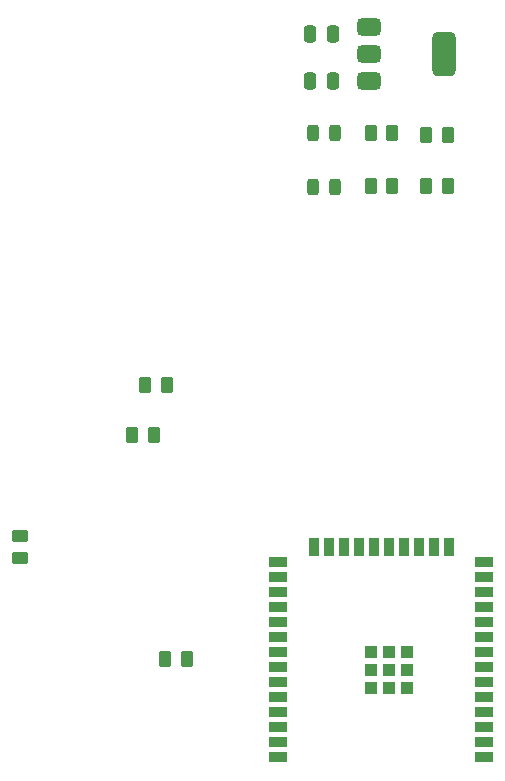
<source format=gtp>
G04 #@! TF.GenerationSoftware,KiCad,Pcbnew,9.0.1*
G04 #@! TF.CreationDate,2025-08-27T22:36:15+05:00*
G04 #@! TF.ProjectId,30A_home_automation_using_esp32,3330415f-686f-46d6-955f-6175746f6d61,rev?*
G04 #@! TF.SameCoordinates,Original*
G04 #@! TF.FileFunction,Paste,Top*
G04 #@! TF.FilePolarity,Positive*
%FSLAX46Y46*%
G04 Gerber Fmt 4.6, Leading zero omitted, Abs format (unit mm)*
G04 Created by KiCad (PCBNEW 9.0.1) date 2025-08-27 22:36:15*
%MOMM*%
%LPD*%
G01*
G04 APERTURE LIST*
G04 Aperture macros list*
%AMRoundRect*
0 Rectangle with rounded corners*
0 $1 Rounding radius*
0 $2 $3 $4 $5 $6 $7 $8 $9 X,Y pos of 4 corners*
0 Add a 4 corners polygon primitive as box body*
4,1,4,$2,$3,$4,$5,$6,$7,$8,$9,$2,$3,0*
0 Add four circle primitives for the rounded corners*
1,1,$1+$1,$2,$3*
1,1,$1+$1,$4,$5*
1,1,$1+$1,$6,$7*
1,1,$1+$1,$8,$9*
0 Add four rect primitives between the rounded corners*
20,1,$1+$1,$2,$3,$4,$5,0*
20,1,$1+$1,$4,$5,$6,$7,0*
20,1,$1+$1,$6,$7,$8,$9,0*
20,1,$1+$1,$8,$9,$2,$3,0*%
G04 Aperture macros list end*
%ADD10RoundRect,0.243750X-0.243750X-0.456250X0.243750X-0.456250X0.243750X0.456250X-0.243750X0.456250X0*%
%ADD11RoundRect,0.250000X-0.262500X-0.450000X0.262500X-0.450000X0.262500X0.450000X-0.262500X0.450000X0*%
%ADD12RoundRect,0.250000X0.250000X0.475000X-0.250000X0.475000X-0.250000X-0.475000X0.250000X-0.475000X0*%
%ADD13RoundRect,0.375000X-0.625000X-0.375000X0.625000X-0.375000X0.625000X0.375000X-0.625000X0.375000X0*%
%ADD14RoundRect,0.500000X-0.500000X-1.400000X0.500000X-1.400000X0.500000X1.400000X-0.500000X1.400000X0*%
%ADD15R,1.500000X0.900000*%
%ADD16R,0.900000X1.500000*%
%ADD17R,1.050000X1.050000*%
%ADD18RoundRect,0.250000X-0.450000X0.262500X-0.450000X-0.262500X0.450000X-0.262500X0.450000X0.262500X0*%
%ADD19RoundRect,0.250000X0.262500X0.450000X-0.262500X0.450000X-0.262500X-0.450000X0.262500X-0.450000X0*%
G04 APERTURE END LIST*
D10*
X130262500Y-63800000D03*
X132137500Y-63800000D03*
D11*
X139887500Y-63755000D03*
X141712500Y-63755000D03*
X116075000Y-80600000D03*
X117900000Y-80600000D03*
D12*
X131950000Y-50900000D03*
X130050000Y-50900000D03*
D13*
X135050000Y-50300000D03*
X135050000Y-52600000D03*
D14*
X141350000Y-52600000D03*
D13*
X135050000Y-54900000D03*
D15*
X144795000Y-112102500D03*
X144795000Y-110832500D03*
X144795000Y-109562500D03*
X144795000Y-108292500D03*
X144795000Y-107022500D03*
X144795000Y-105752500D03*
X144795000Y-104482500D03*
X144795000Y-103212500D03*
X144795000Y-101942500D03*
X144795000Y-100672500D03*
X144795000Y-99402500D03*
X144795000Y-98132500D03*
X144795000Y-96862500D03*
X144795000Y-95592500D03*
D16*
X141755000Y-94342500D03*
X140485000Y-94342500D03*
X139215000Y-94342500D03*
X137945000Y-94342500D03*
X136675000Y-94342500D03*
X135405000Y-94342500D03*
X134135000Y-94342500D03*
X132865000Y-94342500D03*
X131595000Y-94342500D03*
X130325000Y-94342500D03*
D15*
X127295000Y-95592500D03*
X127295000Y-96862500D03*
X127295000Y-98132500D03*
X127295000Y-99402500D03*
X127295000Y-100672500D03*
X127295000Y-101942500D03*
X127295000Y-103212500D03*
X127295000Y-104482500D03*
X127295000Y-105752500D03*
X127295000Y-107022500D03*
X127295000Y-108292500D03*
X127295000Y-109562500D03*
X127295000Y-110832500D03*
X127295000Y-112102500D03*
D17*
X138250000Y-106287500D03*
X138250000Y-104762500D03*
X138250000Y-103237500D03*
X136725000Y-106287500D03*
X136725000Y-104762500D03*
X136725000Y-103237500D03*
X135200000Y-106287500D03*
X135200000Y-104762500D03*
X135200000Y-103237500D03*
D18*
X105500000Y-93387500D03*
X105500000Y-95212500D03*
D12*
X131950000Y-54900000D03*
X130050000Y-54900000D03*
D19*
X137000000Y-59255000D03*
X135175000Y-59255000D03*
X141712500Y-59400000D03*
X139887500Y-59400000D03*
D11*
X114987500Y-84800000D03*
X116812500Y-84800000D03*
X117787500Y-103800000D03*
X119612500Y-103800000D03*
D19*
X137000000Y-63755000D03*
X135175000Y-63755000D03*
D10*
X130262500Y-59300000D03*
X132137500Y-59300000D03*
M02*

</source>
